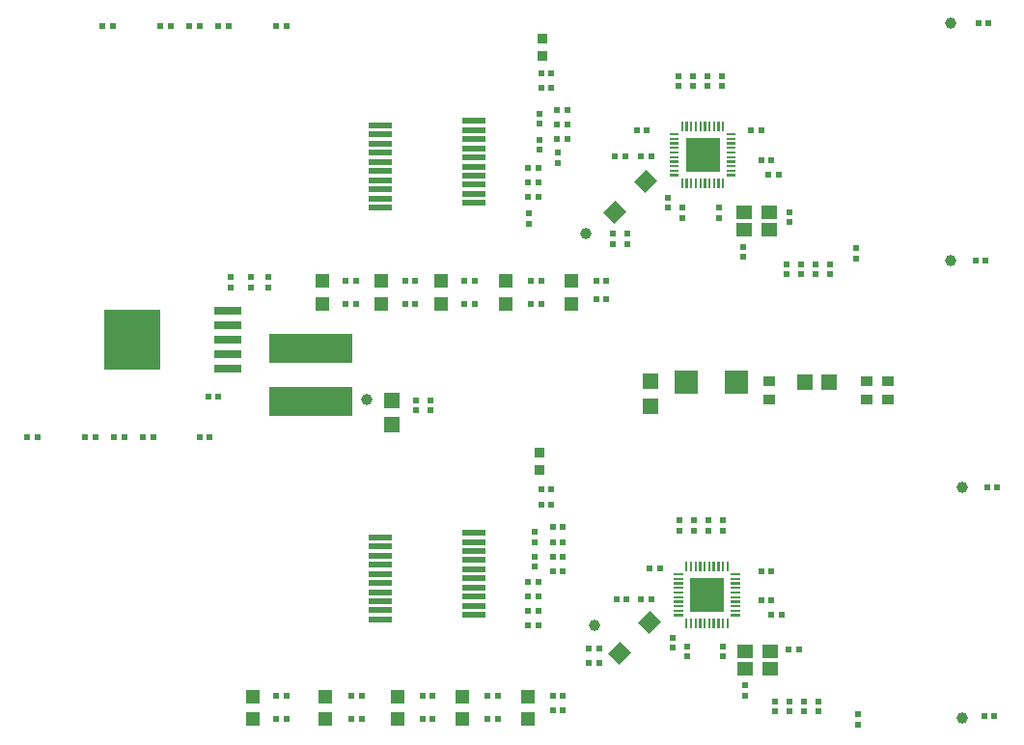
<source format=gtp>
%FSLAX44Y44*%
%MOMM*%
G71*
G01*
G75*
G04 Layer_Color=8421504*
%ADD10R,0.5000X0.6000*%
%ADD11R,0.6000X0.5000*%
%ADD12R,1.2954X1.1938*%
%ADD13R,2.0000X0.5004*%
%ADD14R,1.0160X0.8890*%
%ADD15R,1.3970X1.3970*%
G04:AMPARAMS|DCode=16|XSize=1.5mm|YSize=1.4mm|CornerRadius=0mm|HoleSize=0mm|Usage=FLASHONLY|Rotation=225.000|XOffset=0mm|YOffset=0mm|HoleType=Round|Shape=Rectangle|*
%AMROTATEDRECTD16*
4,1,4,0.0354,1.0253,1.0253,0.0354,-0.0354,-1.0253,-1.0253,-0.0354,0.0354,1.0253,0.0*
%
%ADD16ROTATEDRECTD16*%

%ADD17R,0.8000X0.2000*%
%ADD18R,0.2000X0.8000*%
%ADD19R,3.7000X3.7000*%
%ADD20R,1.4000X1.2000*%
%ADD21R,0.8128X0.8128*%
%ADD22C,1.0000*%
G04:AMPARAMS|DCode=23|XSize=2mm|YSize=2mm|CornerRadius=0mm|HoleSize=0mm|Usage=FLASHONLY|Rotation=180.000|XOffset=0mm|YOffset=0mm|HoleType=Round|Shape=RoundedRectangle|*
%AMROUNDEDRECTD23*
21,1,2.0000,2.0000,0,0,180.0*
21,1,2.0000,2.0000,0,0,180.0*
1,1,0.0000,-1.0000,1.0000*
1,1,0.0000,1.0000,1.0000*
1,1,0.0000,1.0000,-1.0000*
1,1,0.0000,-1.0000,-1.0000*
%
%ADD23ROUNDEDRECTD23*%
%ADD24R,2.4000X0.8000*%
%ADD25R,5.0000X5.3000*%
%ADD26R,1.3970X1.3970*%
%ADD27R,7.3000X2.6500*%
%ADD28C,0.8000*%
%ADD29C,0.1780*%
%ADD30C,0.4000*%
%ADD31C,0.2000*%
%ADD32C,0.3000*%
%ADD33C,0.6000*%
%ADD34C,0.1270*%
%ADD35C,0.2540*%
%ADD36C,0.1800*%
%ADD37C,1.0000*%
%ADD38R,0.8890X0.8890*%
%ADD39C,3.2500*%
%ADD40R,1.5240X1.5240*%
%ADD41C,1.5240*%
%ADD42C,2.1590*%
%ADD43C,1.7000*%
%ADD44C,1.6500*%
%ADD45R,1.0000X1.0000*%
%ADD46C,4.0000*%
%ADD47O,1.5000X4.0000*%
%ADD48O,4.0000X1.5000*%
%ADD49C,0.5000*%
%ADD50C,2.0000*%
%ADD51C,0.1200*%
%ADD52C,0.1250*%
%ADD53C,0.1501*%
G36*
X648296Y156510D02*
X640296D01*
Y158511D01*
X648296D01*
X648296Y156510D01*
D02*
G37*
G36*
X698284Y152510D02*
X690284D01*
Y154510D01*
X698284D01*
Y152510D01*
D02*
G37*
G36*
Y156510D02*
X690284D01*
X690284Y158511D01*
X698284D01*
Y156510D01*
D02*
G37*
G36*
Y160511D02*
X690284D01*
X690284Y162511D01*
X698284D01*
Y160511D01*
D02*
G37*
G36*
X648296D02*
X640296D01*
Y162511D01*
X648296D01*
X648296Y160511D01*
D02*
G37*
G36*
X698284Y144509D02*
X690284D01*
Y146510D01*
X698284D01*
Y144509D01*
D02*
G37*
G36*
X648296D02*
X640296D01*
Y146510D01*
X648296D01*
Y144509D01*
D02*
G37*
G36*
X648296Y150510D02*
Y148510D01*
X640296D01*
Y150510D01*
X648296Y150510D01*
D02*
G37*
G36*
X648296Y152510D02*
X640296D01*
Y154510D01*
X648296D01*
Y152510D01*
D02*
G37*
G36*
X698283Y148510D02*
X690283D01*
Y150510D01*
X698283D01*
Y148510D01*
D02*
G37*
G36*
X656289Y164504D02*
X654289D01*
Y172504D01*
X656289D01*
X656289Y164504D01*
D02*
G37*
G36*
X652289D02*
X650288Y164504D01*
Y172504D01*
X652289D01*
Y164504D01*
D02*
G37*
G36*
X660290D02*
X658290D01*
Y172504D01*
X660290D01*
Y164504D01*
D02*
G37*
G36*
X688291D02*
X686291D01*
X686291Y172504D01*
X688291D01*
Y164504D01*
D02*
G37*
G36*
X668290D02*
X666290D01*
X666290Y172504D01*
X668290D01*
Y164504D01*
D02*
G37*
G36*
X680290Y164503D02*
X678289D01*
Y172504D01*
X680290D01*
Y164503D01*
D02*
G37*
G36*
X664290D02*
X662290D01*
Y172504D01*
X664290D01*
Y164503D01*
D02*
G37*
G36*
X672289Y164504D02*
X670289Y164504D01*
Y172504D01*
X672289D01*
Y164504D01*
D02*
G37*
G36*
X684290D02*
X682290D01*
X682290Y172504D01*
X684290D01*
Y164504D01*
D02*
G37*
G36*
X676289D02*
X674288Y164504D01*
Y172504D01*
X676289D01*
Y164504D01*
D02*
G37*
G36*
X698284Y140511D02*
X690283D01*
Y142511D01*
X698284D01*
Y140511D01*
D02*
G37*
G36*
X656288Y114516D02*
X654288D01*
X654288Y122516D01*
X656288D01*
Y114516D01*
D02*
G37*
G36*
X652288D02*
X650287D01*
Y122516D01*
X652288D01*
Y114516D01*
D02*
G37*
G36*
X660289D02*
X658289D01*
Y122516D01*
X660289Y122516D01*
Y114516D01*
D02*
G37*
G36*
X688290D02*
X686290D01*
X686290Y122516D01*
X688290D01*
Y114516D01*
D02*
G37*
G36*
X668289D02*
X666289D01*
X666289Y122516D01*
X668289D01*
Y114516D01*
D02*
G37*
G36*
X680289Y114515D02*
X678289D01*
Y122516D01*
X680289D01*
X680289Y114515D01*
D02*
G37*
G36*
X664289D02*
X662289D01*
Y122516D01*
X664289D01*
Y114515D01*
D02*
G37*
G36*
X672288Y114516D02*
X670288D01*
Y122516D01*
X672288D01*
Y114516D01*
D02*
G37*
G36*
X684289D02*
X682289D01*
Y122516D01*
X684289D01*
Y114516D01*
D02*
G37*
G36*
X676288D02*
X674288D01*
Y122516D01*
X676288D01*
Y114516D01*
D02*
G37*
G36*
X698284Y132510D02*
X690283D01*
Y134510D01*
X698284D01*
Y132510D01*
D02*
G37*
G36*
X648296D02*
X640296D01*
Y134510D01*
X648296Y134510D01*
Y132510D01*
D02*
G37*
G36*
X648296Y136511D02*
X640296D01*
Y138511D01*
X648296D01*
Y136511D01*
D02*
G37*
G36*
X648296Y140511D02*
X640296D01*
Y142511D01*
X648296D01*
X648296Y140511D01*
D02*
G37*
G36*
X698283Y136511D02*
X690283D01*
Y138511D01*
X698283D01*
Y136511D01*
D02*
G37*
G36*
X698284Y124509D02*
X690284Y124509D01*
Y126509D01*
X698284D01*
Y124509D01*
D02*
G37*
G36*
X648296Y124509D02*
X640296Y124509D01*
Y126509D01*
X648296D01*
Y124509D01*
D02*
G37*
G36*
Y128510D02*
X640296D01*
Y130510D01*
X648296D01*
X648296Y128510D01*
D02*
G37*
G36*
X684090Y128710D02*
X654490D01*
Y158310D01*
X684090D01*
Y128710D01*
D02*
G37*
G36*
X698284Y128510D02*
X690283D01*
Y130510D01*
X698284D01*
Y128510D01*
D02*
G37*
G36*
X644486Y542590D02*
X636486D01*
Y544590D01*
X644486D01*
X644486Y542590D01*
D02*
G37*
G36*
X694474Y538590D02*
X686474D01*
Y540590D01*
X694474D01*
Y538590D01*
D02*
G37*
G36*
Y542590D02*
X686474D01*
X686474Y544590D01*
X694474D01*
Y542590D01*
D02*
G37*
G36*
Y546591D02*
X686474D01*
X686474Y548591D01*
X694474D01*
Y546591D01*
D02*
G37*
G36*
X644486D02*
X636486D01*
Y548591D01*
X644486D01*
X644486Y546591D01*
D02*
G37*
G36*
X694474Y530589D02*
X686474D01*
Y532589D01*
X694474D01*
Y530589D01*
D02*
G37*
G36*
X644486D02*
X636486D01*
Y532589D01*
X644486D01*
Y530589D01*
D02*
G37*
G36*
X644486Y536590D02*
Y534590D01*
X636486D01*
Y536590D01*
X644486Y536590D01*
D02*
G37*
G36*
X644486Y538590D02*
X636486D01*
Y540590D01*
X644486D01*
Y538590D01*
D02*
G37*
G36*
X694473Y534590D02*
X686473D01*
Y536590D01*
X694473D01*
Y534590D01*
D02*
G37*
G36*
X652479Y550584D02*
X650479D01*
Y558584D01*
X652479D01*
X652479Y550584D01*
D02*
G37*
G36*
X648479D02*
X646479Y550584D01*
Y558584D01*
X648479D01*
Y550584D01*
D02*
G37*
G36*
X656480D02*
X654480D01*
Y558584D01*
X656480D01*
Y550584D01*
D02*
G37*
G36*
X684481D02*
X682480D01*
X682480Y558584D01*
X684481D01*
Y550584D01*
D02*
G37*
G36*
X664480D02*
X662480D01*
X662480Y558584D01*
X664480D01*
Y550584D01*
D02*
G37*
G36*
X676480Y550583D02*
X674480D01*
Y558584D01*
X676480D01*
Y550583D01*
D02*
G37*
G36*
X660480D02*
X658480D01*
Y558584D01*
X660480D01*
Y550583D01*
D02*
G37*
G36*
X668479Y550584D02*
X666479Y550584D01*
Y558584D01*
X668479D01*
Y550584D01*
D02*
G37*
G36*
X680480D02*
X678480D01*
X678480Y558584D01*
X680480D01*
Y550584D01*
D02*
G37*
G36*
X672478D02*
X670479Y550584D01*
Y558584D01*
X672478D01*
Y550584D01*
D02*
G37*
G36*
X694474Y526591D02*
X686473D01*
Y528591D01*
X694474D01*
Y526591D01*
D02*
G37*
G36*
X652478Y500596D02*
X650478D01*
X650478Y508596D01*
X652478D01*
Y500596D01*
D02*
G37*
G36*
X648477D02*
X646478D01*
Y508596D01*
X648477D01*
Y500596D01*
D02*
G37*
G36*
X656479D02*
X654479D01*
Y508596D01*
X656479Y508596D01*
Y500596D01*
D02*
G37*
G36*
X684480D02*
X682480D01*
X682480Y508596D01*
X684480D01*
Y500596D01*
D02*
G37*
G36*
X664479D02*
X662479D01*
X662479Y508596D01*
X664479D01*
Y500596D01*
D02*
G37*
G36*
X676479Y500595D02*
X674479D01*
Y508596D01*
X676479D01*
X676479Y500595D01*
D02*
G37*
G36*
X660479D02*
X658479D01*
Y508596D01*
X660479D01*
Y500595D01*
D02*
G37*
G36*
X668478Y500596D02*
X666478D01*
Y508596D01*
X668478D01*
Y500596D01*
D02*
G37*
G36*
X680479D02*
X678479D01*
Y508596D01*
X680479D01*
Y500596D01*
D02*
G37*
G36*
X672478D02*
X670478D01*
Y508596D01*
X672478D01*
Y500596D01*
D02*
G37*
G36*
X694474Y518590D02*
X686473D01*
Y520590D01*
X694474D01*
Y518590D01*
D02*
G37*
G36*
X644486D02*
X636486D01*
Y520590D01*
X644486Y520590D01*
Y518590D01*
D02*
G37*
G36*
X644486Y522591D02*
X636486D01*
Y524591D01*
X644486D01*
Y522591D01*
D02*
G37*
G36*
X644486Y526591D02*
X636486D01*
Y528591D01*
X644486D01*
X644486Y526591D01*
D02*
G37*
G36*
X694473Y522591D02*
X686473D01*
Y524591D01*
X694473D01*
Y522591D01*
D02*
G37*
G36*
X694474Y510589D02*
X686474Y510589D01*
Y512589D01*
X694474D01*
Y510589D01*
D02*
G37*
G36*
X644486Y510589D02*
X636486Y510589D01*
Y512589D01*
X644486D01*
Y510589D01*
D02*
G37*
G36*
Y514590D02*
X636486D01*
Y516590D01*
X644486D01*
X644486Y514590D01*
D02*
G37*
G36*
X680280Y514790D02*
X650680D01*
Y544390D01*
X680280D01*
Y514790D01*
D02*
G37*
G36*
X694474Y514590D02*
X686473D01*
Y516590D01*
X694474D01*
Y514590D01*
D02*
G37*
D10*
X300410Y642620D02*
D03*
X291410D02*
D03*
X249610D02*
D03*
X240610D02*
D03*
X224210D02*
D03*
X215210D02*
D03*
X198810D02*
D03*
X189810D02*
D03*
X921440Y36830D02*
D03*
X912440D02*
D03*
X148010Y642620D02*
D03*
X139010D02*
D03*
X476830Y34290D02*
D03*
X485830D02*
D03*
X240720Y317500D02*
D03*
X231720D02*
D03*
X352370Y398780D02*
D03*
X361370D02*
D03*
X352370Y419100D02*
D03*
X361370D02*
D03*
X404440D02*
D03*
X413440D02*
D03*
X404440Y398780D02*
D03*
X413440D02*
D03*
X456510D02*
D03*
X465510D02*
D03*
X456510Y419100D02*
D03*
X465510D02*
D03*
X514930D02*
D03*
X523930D02*
D03*
X514930Y398780D02*
D03*
X523930D02*
D03*
X572080Y402590D02*
D03*
X581080D02*
D03*
X572080Y419100D02*
D03*
X581080D02*
D03*
X620450Y528320D02*
D03*
X611450D02*
D03*
X616640Y551180D02*
D03*
X607640D02*
D03*
X707970D02*
D03*
X716970D02*
D03*
X723210Y511810D02*
D03*
X732210D02*
D03*
X532820Y600710D02*
D03*
X523820D02*
D03*
X532820Y588010D02*
D03*
X523820D02*
D03*
X532820Y222250D02*
D03*
X523820D02*
D03*
X532820Y236220D02*
D03*
X523820D02*
D03*
X620450Y139700D02*
D03*
X611450D02*
D03*
X598860D02*
D03*
X589860D02*
D03*
X628070Y166370D02*
D03*
X619070D02*
D03*
X716860Y163830D02*
D03*
X725860D02*
D03*
X716860Y138430D02*
D03*
X725860D02*
D03*
X725750Y125730D02*
D03*
X734750D02*
D03*
X740990Y95250D02*
D03*
X749990D02*
D03*
X574730Y96520D02*
D03*
X565730D02*
D03*
X574730Y83820D02*
D03*
X565730D02*
D03*
X537790Y568960D02*
D03*
X546790D02*
D03*
X537790Y556260D02*
D03*
X546790D02*
D03*
X537790Y543560D02*
D03*
X546790D02*
D03*
X512391Y518162D02*
D03*
X521391D02*
D03*
X512391Y505462D02*
D03*
X521391D02*
D03*
X512391Y492762D02*
D03*
X521391D02*
D03*
X533980Y54610D02*
D03*
X542980D02*
D03*
X533980Y41910D02*
D03*
X542980D02*
D03*
X476830Y54610D02*
D03*
X485830D02*
D03*
X419680D02*
D03*
X428680D02*
D03*
X419680Y34290D02*
D03*
X428680D02*
D03*
X357450Y54610D02*
D03*
X366450D02*
D03*
X357450Y34290D02*
D03*
X366450D02*
D03*
X291410Y54610D02*
D03*
X300410D02*
D03*
X291410Y34290D02*
D03*
X300410D02*
D03*
X512390Y116840D02*
D03*
X521390D02*
D03*
X512390Y129540D02*
D03*
X521390D02*
D03*
X512390Y142240D02*
D03*
X521390D02*
D03*
X512390Y154940D02*
D03*
X521390D02*
D03*
X533980Y203200D02*
D03*
X542980D02*
D03*
X533980Y189230D02*
D03*
X542980D02*
D03*
X533980Y176530D02*
D03*
X542980D02*
D03*
X533980Y163830D02*
D03*
X542980D02*
D03*
X716860Y524510D02*
D03*
X725860D02*
D03*
X597590Y528320D02*
D03*
X588590D02*
D03*
X916360Y645160D02*
D03*
X907360D02*
D03*
X132770Y281940D02*
D03*
X123770D02*
D03*
X158170D02*
D03*
X149170D02*
D03*
X81970D02*
D03*
X72970D02*
D03*
X183570D02*
D03*
X174570D02*
D03*
X913820Y436880D02*
D03*
X904820D02*
D03*
X923980Y237490D02*
D03*
X914980D02*
D03*
X233100Y281940D02*
D03*
X224100D02*
D03*
D11*
X800100Y438730D02*
D03*
Y447730D02*
D03*
X284480Y422330D02*
D03*
Y413330D02*
D03*
X269240D02*
D03*
Y422330D02*
D03*
X251460Y413330D02*
D03*
Y422330D02*
D03*
X426720Y314380D02*
D03*
Y305380D02*
D03*
X414020Y314380D02*
D03*
Y305380D02*
D03*
X586740Y460430D02*
D03*
Y451430D02*
D03*
X599440Y460430D02*
D03*
Y451430D02*
D03*
X669290Y589860D02*
D03*
Y598860D02*
D03*
X656590Y589860D02*
D03*
Y598860D02*
D03*
X681990Y589860D02*
D03*
Y598860D02*
D03*
X643890Y589860D02*
D03*
Y598860D02*
D03*
X741680Y479480D02*
D03*
Y470480D02*
D03*
X635000Y492180D02*
D03*
Y483180D02*
D03*
X647700Y483290D02*
D03*
Y474290D02*
D03*
X679450Y483290D02*
D03*
Y474290D02*
D03*
X701040Y449000D02*
D03*
Y440000D02*
D03*
X801370Y29790D02*
D03*
Y38790D02*
D03*
X741680Y50220D02*
D03*
Y41220D02*
D03*
X767080Y50220D02*
D03*
Y41220D02*
D03*
X754380Y50220D02*
D03*
Y41220D02*
D03*
X728980Y50220D02*
D03*
Y41220D02*
D03*
X702310Y64190D02*
D03*
Y55190D02*
D03*
X638810Y106100D02*
D03*
Y97100D02*
D03*
X521970Y565840D02*
D03*
Y556840D02*
D03*
Y533980D02*
D03*
Y542980D02*
D03*
X538480Y531550D02*
D03*
Y522550D02*
D03*
X513080Y478210D02*
D03*
Y469210D02*
D03*
X683260Y98480D02*
D03*
Y89480D02*
D03*
X651510Y98480D02*
D03*
Y89480D02*
D03*
X683260Y199970D02*
D03*
Y208970D02*
D03*
X670560Y199970D02*
D03*
Y208970D02*
D03*
X518160Y168220D02*
D03*
Y177220D02*
D03*
Y198810D02*
D03*
Y189810D02*
D03*
X657860Y199970D02*
D03*
Y208970D02*
D03*
X645160Y199970D02*
D03*
Y208970D02*
D03*
X751840Y433760D02*
D03*
Y424760D02*
D03*
X739140Y433760D02*
D03*
Y424760D02*
D03*
X777240Y433760D02*
D03*
Y424760D02*
D03*
X764540Y433760D02*
D03*
Y424760D02*
D03*
D12*
X454660Y54450D02*
D03*
Y34450D02*
D03*
X397510Y54450D02*
D03*
Y34450D02*
D03*
X334010Y54450D02*
D03*
Y34450D02*
D03*
X270510Y54450D02*
D03*
Y34450D02*
D03*
X511810Y54450D02*
D03*
Y34450D02*
D03*
X331470Y418940D02*
D03*
Y398940D02*
D03*
X383540Y418940D02*
D03*
Y398940D02*
D03*
X435610Y418940D02*
D03*
Y398940D02*
D03*
X492760Y418940D02*
D03*
Y398940D02*
D03*
X549910Y418940D02*
D03*
Y398940D02*
D03*
D13*
X464454Y197890D02*
D03*
Y189889D02*
D03*
Y181888D02*
D03*
Y173887D02*
D03*
Y165892D02*
D03*
Y157892D02*
D03*
Y149892D02*
D03*
Y141892D02*
D03*
Y133892D02*
D03*
Y125892D02*
D03*
X382463Y121893D02*
D03*
Y129894D02*
D03*
Y137895D02*
D03*
Y145896D02*
D03*
Y153892D02*
D03*
Y161892D02*
D03*
Y169892D02*
D03*
Y177892D02*
D03*
Y185892D02*
D03*
Y193892D02*
D03*
Y555285D02*
D03*
Y547285D02*
D03*
Y539285D02*
D03*
Y531285D02*
D03*
Y523285D02*
D03*
Y515285D02*
D03*
Y507290D02*
D03*
Y499289D02*
D03*
Y491288D02*
D03*
Y483287D02*
D03*
X464454Y487285D02*
D03*
Y495285D02*
D03*
Y503285D02*
D03*
Y511285D02*
D03*
Y519285D02*
D03*
Y527285D02*
D03*
Y535280D02*
D03*
Y543281D02*
D03*
Y551282D02*
D03*
Y559283D02*
D03*
D14*
X828040Y314579D02*
D03*
Y330581D02*
D03*
X808990Y314579D02*
D03*
Y330581D02*
D03*
X723900Y314579D02*
D03*
Y330581D02*
D03*
D15*
X392430Y292735D02*
D03*
Y314325D02*
D03*
X619760Y309245D02*
D03*
Y330835D02*
D03*
D16*
X615480Y506260D02*
D03*
X588480Y479260D02*
D03*
X619290Y118910D02*
D03*
X592290Y91910D02*
D03*
D20*
X723470Y478670D02*
D03*
X701470D02*
D03*
Y463670D02*
D03*
X723470D02*
D03*
X724740Y93860D02*
D03*
X702740D02*
D03*
Y78860D02*
D03*
X724740D02*
D03*
D21*
X522029Y252730D02*
D03*
Y267970D02*
D03*
X524510Y615950D02*
D03*
Y631190D02*
D03*
D22*
X892810Y35560D02*
D03*
X570230Y116840D02*
D03*
X370840Y314960D02*
D03*
X882650Y436880D02*
D03*
X563190Y460430D02*
D03*
X892810Y237490D02*
D03*
X882650Y645160D02*
D03*
D23*
X695100Y330200D02*
D03*
X651100D02*
D03*
D24*
X249010Y341630D02*
D03*
Y354330D02*
D03*
Y367030D02*
D03*
Y379730D02*
D03*
Y392430D02*
D03*
D25*
X165010Y367030D02*
D03*
D26*
X755015Y330200D02*
D03*
X776605D02*
D03*
D27*
X321310Y313300D02*
D03*
Y359800D02*
D03*
M02*

</source>
